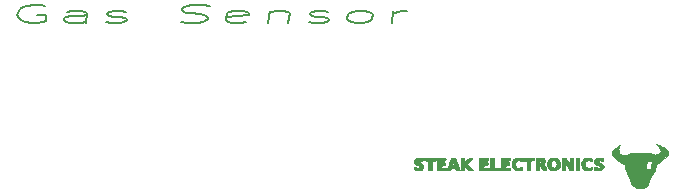
<source format=gts>
G04 #@! TF.GenerationSoftware,KiCad,Pcbnew,5.0.0-rc2*
G04 #@! TF.CreationDate,2019-06-05T02:52:42-04:00*
G04 #@! TF.ProjectId,panelfront,70616E656C66726F6E742E6B69636164,rev?*
G04 #@! TF.SameCoordinates,Original*
G04 #@! TF.FileFunction,Soldermask,Top*
G04 #@! TF.FilePolarity,Negative*
%FSLAX46Y46*%
G04 Gerber Fmt 4.6, Leading zero omitted, Abs format (unit mm)*
G04 Created by KiCad (PCBNEW 5.0.0-rc2) date Wed Jun  5 02:52:42 2019*
%MOMM*%
%LPD*%
G01*
G04 APERTURE LIST*
%ADD10C,0.152400*%
%ADD11C,0.010000*%
G04 APERTURE END LIST*
D10*
X74034492Y-83250000D02*
X73662468Y-83178571D01*
X73091040Y-83178571D01*
X72510682Y-83250000D01*
X72111873Y-83392857D01*
X71903540Y-83535714D01*
X71677349Y-83821428D01*
X71650563Y-84035714D01*
X71805325Y-84321428D01*
X71977944Y-84464285D01*
X72341040Y-84607142D01*
X72903540Y-84678571D01*
X73284492Y-84678571D01*
X73864849Y-84607142D01*
X74064254Y-84535714D01*
X74126754Y-84035714D01*
X73364849Y-84035714D01*
X77474968Y-84678571D02*
X77573182Y-83892857D01*
X77400563Y-83750000D01*
X77028540Y-83678571D01*
X76266635Y-83678571D01*
X75876754Y-83750000D01*
X77483897Y-84607142D02*
X77094016Y-84678571D01*
X76141635Y-84678571D01*
X75769611Y-84607142D01*
X75596992Y-84464285D01*
X75614849Y-84321428D01*
X75823182Y-84178571D01*
X76213063Y-84107142D01*
X77165444Y-84107142D01*
X77555325Y-84035714D01*
X79198182Y-84607142D02*
X79570206Y-84678571D01*
X80332111Y-84678571D01*
X80721992Y-84607142D01*
X80930325Y-84464285D01*
X80939254Y-84392857D01*
X80766635Y-84250000D01*
X80394611Y-84178571D01*
X79823182Y-84178571D01*
X79451159Y-84107142D01*
X79278540Y-83964285D01*
X79287468Y-83892857D01*
X79495802Y-83750000D01*
X79885682Y-83678571D01*
X80457111Y-83678571D01*
X80829135Y-83750000D01*
X85483897Y-84607142D02*
X86046397Y-84678571D01*
X86998778Y-84678571D01*
X87388659Y-84607142D01*
X87588063Y-84535714D01*
X87796397Y-84392857D01*
X87814254Y-84250000D01*
X87641635Y-84107142D01*
X87460087Y-84035714D01*
X87088063Y-83964285D01*
X86335087Y-83892857D01*
X85963063Y-83821428D01*
X85781516Y-83750000D01*
X85608897Y-83607142D01*
X85626754Y-83464285D01*
X85835087Y-83321428D01*
X86034492Y-83250000D01*
X86424373Y-83178571D01*
X87376754Y-83178571D01*
X87939254Y-83250000D01*
X91007706Y-84607142D02*
X90617825Y-84678571D01*
X89855921Y-84678571D01*
X89483897Y-84607142D01*
X89311278Y-84464285D01*
X89382706Y-83892857D01*
X89591040Y-83750000D01*
X89980921Y-83678571D01*
X90742825Y-83678571D01*
X91114849Y-83750000D01*
X91287468Y-83892857D01*
X91269611Y-84035714D01*
X89346992Y-84178571D01*
X93028540Y-83678571D02*
X92903540Y-84678571D01*
X93010682Y-83821428D02*
X93210087Y-83750000D01*
X93599968Y-83678571D01*
X94171397Y-83678571D01*
X94543421Y-83750000D01*
X94716040Y-83892857D01*
X94617825Y-84678571D01*
X96341040Y-84607142D02*
X96713063Y-84678571D01*
X97474968Y-84678571D01*
X97864849Y-84607142D01*
X98073182Y-84464285D01*
X98082111Y-84392857D01*
X97909492Y-84250000D01*
X97537468Y-84178571D01*
X96966040Y-84178571D01*
X96594016Y-84107142D01*
X96421397Y-83964285D01*
X96430325Y-83892857D01*
X96638659Y-83750000D01*
X97028540Y-83678571D01*
X97599968Y-83678571D01*
X97971992Y-83750000D01*
X100332111Y-84678571D02*
X99960087Y-84607142D01*
X99778540Y-84535714D01*
X99605921Y-84392857D01*
X99659492Y-83964285D01*
X99867825Y-83821428D01*
X100067230Y-83750000D01*
X100457111Y-83678571D01*
X101028540Y-83678571D01*
X101400563Y-83750000D01*
X101582111Y-83821428D01*
X101754730Y-83964285D01*
X101701159Y-84392857D01*
X101492825Y-84535714D01*
X101293421Y-84607142D01*
X100903540Y-84678571D01*
X100332111Y-84678571D01*
X103379730Y-84678571D02*
X103504730Y-83678571D01*
X103469016Y-83964285D02*
X103677349Y-83821428D01*
X103876754Y-83750000D01*
X104266635Y-83678571D01*
X104647587Y-83678571D01*
D11*
G04 #@! TO.C,G\002A\002A\002A*
G36*
X121101457Y-96135065D02*
X121215637Y-96172149D01*
X121258911Y-96239057D01*
X121256052Y-96289716D01*
X121209764Y-96355496D01*
X121147599Y-96356683D01*
X120963596Y-96332325D01*
X120832097Y-96347661D01*
X120768689Y-96400570D01*
X120766549Y-96408549D01*
X120782414Y-96468801D01*
X120870041Y-96507811D01*
X120915886Y-96517674D01*
X121113334Y-96583692D01*
X121244151Y-96687398D01*
X121301787Y-96815920D01*
X121279694Y-96956381D01*
X121197554Y-97071372D01*
X121051291Y-97156541D01*
X120840636Y-97181897D01*
X120583546Y-97152136D01*
X120505528Y-97112784D01*
X120480069Y-97018767D01*
X120479636Y-96996169D01*
X120479636Y-96860215D01*
X120652282Y-96932351D01*
X120804479Y-96975729D01*
X120930840Y-96975974D01*
X121010295Y-96936419D01*
X121025097Y-96873367D01*
X120968647Y-96808537D01*
X120838354Y-96760581D01*
X120828071Y-96758366D01*
X120629836Y-96688336D01*
X120514018Y-96577402D01*
X120479636Y-96438661D01*
X120517011Y-96280224D01*
X120628630Y-96176251D01*
X120813731Y-96127304D01*
X120906818Y-96123253D01*
X121101457Y-96135065D01*
X121101457Y-96135065D01*
G37*
X121101457Y-96135065D02*
X121215637Y-96172149D01*
X121258911Y-96239057D01*
X121256052Y-96289716D01*
X121209764Y-96355496D01*
X121147599Y-96356683D01*
X120963596Y-96332325D01*
X120832097Y-96347661D01*
X120768689Y-96400570D01*
X120766549Y-96408549D01*
X120782414Y-96468801D01*
X120870041Y-96507811D01*
X120915886Y-96517674D01*
X121113334Y-96583692D01*
X121244151Y-96687398D01*
X121301787Y-96815920D01*
X121279694Y-96956381D01*
X121197554Y-97071372D01*
X121051291Y-97156541D01*
X120840636Y-97181897D01*
X120583546Y-97152136D01*
X120505528Y-97112784D01*
X120480069Y-97018767D01*
X120479636Y-96996169D01*
X120479636Y-96860215D01*
X120652282Y-96932351D01*
X120804479Y-96975729D01*
X120930840Y-96975974D01*
X121010295Y-96936419D01*
X121025097Y-96873367D01*
X120968647Y-96808537D01*
X120838354Y-96760581D01*
X120828071Y-96758366D01*
X120629836Y-96688336D01*
X120514018Y-96577402D01*
X120479636Y-96438661D01*
X120517011Y-96280224D01*
X120628630Y-96176251D01*
X120813731Y-96127304D01*
X120906818Y-96123253D01*
X121101457Y-96135065D01*
G36*
X120109286Y-96130271D02*
X120225069Y-96158269D01*
X120281533Y-96213772D01*
X120294909Y-96292235D01*
X120282919Y-96372521D01*
X120229315Y-96381389D01*
X120191000Y-96369596D01*
X119991686Y-96332199D01*
X119836501Y-96368897D01*
X119734507Y-96474407D01*
X119694764Y-96643444D01*
X119694546Y-96659165D01*
X119729977Y-96813829D01*
X119821603Y-96927135D01*
X119947424Y-96983169D01*
X120085440Y-96966014D01*
X120105401Y-96956377D01*
X120220017Y-96911812D01*
X120279707Y-96936039D01*
X120294909Y-97017705D01*
X120260436Y-97118285D01*
X120191000Y-97155620D01*
X119999643Y-97181872D01*
X119801148Y-97170245D01*
X119648364Y-97125955D01*
X119553784Y-97047651D01*
X119464361Y-96925676D01*
X119447328Y-96893719D01*
X119387399Y-96676798D01*
X119417284Y-96466480D01*
X119534691Y-96276270D01*
X119555844Y-96254143D01*
X119657722Y-96170177D01*
X119768209Y-96131465D01*
X119918125Y-96122546D01*
X120109286Y-96130271D01*
X120109286Y-96130271D01*
G37*
X120109286Y-96130271D02*
X120225069Y-96158269D01*
X120281533Y-96213772D01*
X120294909Y-96292235D01*
X120282919Y-96372521D01*
X120229315Y-96381389D01*
X120191000Y-96369596D01*
X119991686Y-96332199D01*
X119836501Y-96368897D01*
X119734507Y-96474407D01*
X119694764Y-96643444D01*
X119694546Y-96659165D01*
X119729977Y-96813829D01*
X119821603Y-96927135D01*
X119947424Y-96983169D01*
X120085440Y-96966014D01*
X120105401Y-96956377D01*
X120220017Y-96911812D01*
X120279707Y-96936039D01*
X120294909Y-97017705D01*
X120260436Y-97118285D01*
X120191000Y-97155620D01*
X119999643Y-97181872D01*
X119801148Y-97170245D01*
X119648364Y-97125955D01*
X119553784Y-97047651D01*
X119464361Y-96925676D01*
X119447328Y-96893719D01*
X119387399Y-96676798D01*
X119417284Y-96466480D01*
X119534691Y-96276270D01*
X119555844Y-96254143D01*
X119657722Y-96170177D01*
X119768209Y-96131465D01*
X119918125Y-96122546D01*
X120109286Y-96130271D01*
G36*
X119232727Y-97184728D02*
X119101879Y-97184728D01*
X119000630Y-97178715D01*
X118951788Y-97165671D01*
X118945279Y-97114609D01*
X118942347Y-96990727D01*
X118943167Y-96813506D01*
X118946972Y-96634580D01*
X118961398Y-96122546D01*
X119232727Y-96122546D01*
X119232727Y-97184728D01*
X119232727Y-97184728D01*
G37*
X119232727Y-97184728D02*
X119101879Y-97184728D01*
X119000630Y-97178715D01*
X118951788Y-97165671D01*
X118945279Y-97114609D01*
X118942347Y-96990727D01*
X118943167Y-96813506D01*
X118946972Y-96634580D01*
X118961398Y-96122546D01*
X119232727Y-96122546D01*
X119232727Y-97184728D01*
G36*
X118032472Y-96129293D02*
X118094257Y-96161184D01*
X118154678Y-96235695D01*
X118231393Y-96370298D01*
X118263396Y-96431080D01*
X118424546Y-96739614D01*
X118438201Y-96431080D01*
X118447019Y-96267130D01*
X118461861Y-96174855D01*
X118492749Y-96133654D01*
X118549705Y-96122923D01*
X118588292Y-96122546D01*
X118724727Y-96122546D01*
X118724727Y-97190303D01*
X118558939Y-97175970D01*
X118471376Y-97162146D01*
X118405217Y-97126707D01*
X118342316Y-97051643D01*
X118264525Y-96918947D01*
X118224120Y-96843717D01*
X118055091Y-96525798D01*
X118041522Y-96855263D01*
X118032597Y-97026239D01*
X118018322Y-97124773D01*
X117991028Y-97170757D01*
X117943049Y-97184084D01*
X117914522Y-97184728D01*
X117801091Y-97184728D01*
X117801091Y-96122546D01*
X117951669Y-96122546D01*
X118032472Y-96129293D01*
X118032472Y-96129293D01*
G37*
X118032472Y-96129293D02*
X118094257Y-96161184D01*
X118154678Y-96235695D01*
X118231393Y-96370298D01*
X118263396Y-96431080D01*
X118424546Y-96739614D01*
X118438201Y-96431080D01*
X118447019Y-96267130D01*
X118461861Y-96174855D01*
X118492749Y-96133654D01*
X118549705Y-96122923D01*
X118588292Y-96122546D01*
X118724727Y-96122546D01*
X118724727Y-97190303D01*
X118558939Y-97175970D01*
X118471376Y-97162146D01*
X118405217Y-97126707D01*
X118342316Y-97051643D01*
X118264525Y-96918947D01*
X118224120Y-96843717D01*
X118055091Y-96525798D01*
X118041522Y-96855263D01*
X118032597Y-97026239D01*
X118018322Y-97124773D01*
X117991028Y-97170757D01*
X117943049Y-97184084D01*
X117914522Y-97184728D01*
X117801091Y-97184728D01*
X117801091Y-96122546D01*
X117951669Y-96122546D01*
X118032472Y-96129293D01*
G36*
X117228439Y-96129752D02*
X117336705Y-96158818D01*
X117424238Y-96220915D01*
X117447308Y-96243176D01*
X117556627Y-96407053D01*
X117604676Y-96600489D01*
X117593131Y-96797731D01*
X117523669Y-96973026D01*
X117397965Y-97100618D01*
X117391247Y-97104687D01*
X117220062Y-97164530D01*
X117014208Y-97179192D01*
X116820970Y-97146085D01*
X116796928Y-97137215D01*
X116662851Y-97037998D01*
X116566907Y-96880801D01*
X116519172Y-96695642D01*
X116522880Y-96631288D01*
X116827656Y-96631288D01*
X116850907Y-96797551D01*
X116880523Y-96867188D01*
X116963315Y-96939186D01*
X117078985Y-96950245D01*
X117195594Y-96905225D01*
X117281203Y-96808989D01*
X117282668Y-96805974D01*
X117319006Y-96637792D01*
X117276249Y-96480384D01*
X117171964Y-96368583D01*
X117084258Y-96322832D01*
X117011563Y-96333801D01*
X116946727Y-96372299D01*
X116861053Y-96478646D01*
X116827656Y-96631288D01*
X116522880Y-96631288D01*
X116529723Y-96512538D01*
X116559953Y-96431237D01*
X116668305Y-96261168D01*
X116792916Y-96165289D01*
X116962157Y-96126223D01*
X117063934Y-96122546D01*
X117228439Y-96129752D01*
X117228439Y-96129752D01*
G37*
X117228439Y-96129752D02*
X117336705Y-96158818D01*
X117424238Y-96220915D01*
X117447308Y-96243176D01*
X117556627Y-96407053D01*
X117604676Y-96600489D01*
X117593131Y-96797731D01*
X117523669Y-96973026D01*
X117397965Y-97100618D01*
X117391247Y-97104687D01*
X117220062Y-97164530D01*
X117014208Y-97179192D01*
X116820970Y-97146085D01*
X116796928Y-97137215D01*
X116662851Y-97037998D01*
X116566907Y-96880801D01*
X116519172Y-96695642D01*
X116522880Y-96631288D01*
X116827656Y-96631288D01*
X116850907Y-96797551D01*
X116880523Y-96867188D01*
X116963315Y-96939186D01*
X117078985Y-96950245D01*
X117195594Y-96905225D01*
X117281203Y-96808989D01*
X117282668Y-96805974D01*
X117319006Y-96637792D01*
X117276249Y-96480384D01*
X117171964Y-96368583D01*
X117084258Y-96322832D01*
X117011563Y-96333801D01*
X116946727Y-96372299D01*
X116861053Y-96478646D01*
X116827656Y-96631288D01*
X116522880Y-96631288D01*
X116529723Y-96512538D01*
X116559953Y-96431237D01*
X116668305Y-96261168D01*
X116792916Y-96165289D01*
X116962157Y-96126223D01*
X117063934Y-96122546D01*
X117228439Y-96129752D01*
G36*
X116031644Y-96125909D02*
X116140090Y-96141302D01*
X116210616Y-96176682D01*
X116270402Y-96240005D01*
X116273739Y-96244228D01*
X116339817Y-96344040D01*
X116369347Y-96419896D01*
X116369455Y-96422728D01*
X116342826Y-96495804D01*
X116278280Y-96595391D01*
X116273739Y-96601227D01*
X116221559Y-96681825D01*
X116217589Y-96721920D01*
X116222471Y-96722910D01*
X116260653Y-96760144D01*
X116319966Y-96851928D01*
X116384090Y-96968379D01*
X116436705Y-97079617D01*
X116461489Y-97155761D01*
X116461818Y-97161133D01*
X116421264Y-97176959D01*
X116322006Y-97184600D01*
X116305785Y-97184728D01*
X116188938Y-97169429D01*
X116121016Y-97105473D01*
X116090734Y-97042249D01*
X116011857Y-96894976D01*
X115924042Y-96797168D01*
X115858156Y-96769091D01*
X115832580Y-96810375D01*
X115817239Y-96914824D01*
X115815273Y-96976910D01*
X115811257Y-97104700D01*
X115788068Y-97165226D01*
X115728995Y-97183553D01*
X115676727Y-97184728D01*
X115538182Y-97184728D01*
X115538182Y-96468910D01*
X115815273Y-96468910D01*
X115842824Y-96561632D01*
X115910578Y-96580512D01*
X115996182Y-96519664D01*
X115998321Y-96517114D01*
X116030820Y-96430383D01*
X115983531Y-96369286D01*
X115904911Y-96353455D01*
X115834205Y-96381991D01*
X115815273Y-96468910D01*
X115538182Y-96468910D01*
X115538182Y-96122546D01*
X115858103Y-96122546D01*
X116031644Y-96125909D01*
X116031644Y-96125909D01*
G37*
X116031644Y-96125909D02*
X116140090Y-96141302D01*
X116210616Y-96176682D01*
X116270402Y-96240005D01*
X116273739Y-96244228D01*
X116339817Y-96344040D01*
X116369347Y-96419896D01*
X116369455Y-96422728D01*
X116342826Y-96495804D01*
X116278280Y-96595391D01*
X116273739Y-96601227D01*
X116221559Y-96681825D01*
X116217589Y-96721920D01*
X116222471Y-96722910D01*
X116260653Y-96760144D01*
X116319966Y-96851928D01*
X116384090Y-96968379D01*
X116436705Y-97079617D01*
X116461489Y-97155761D01*
X116461818Y-97161133D01*
X116421264Y-97176959D01*
X116322006Y-97184600D01*
X116305785Y-97184728D01*
X116188938Y-97169429D01*
X116121016Y-97105473D01*
X116090734Y-97042249D01*
X116011857Y-96894976D01*
X115924042Y-96797168D01*
X115858156Y-96769091D01*
X115832580Y-96810375D01*
X115817239Y-96914824D01*
X115815273Y-96976910D01*
X115811257Y-97104700D01*
X115788068Y-97165226D01*
X115728995Y-97183553D01*
X115676727Y-97184728D01*
X115538182Y-97184728D01*
X115538182Y-96468910D01*
X115815273Y-96468910D01*
X115842824Y-96561632D01*
X115910578Y-96580512D01*
X115996182Y-96519664D01*
X115998321Y-96517114D01*
X116030820Y-96430383D01*
X115983531Y-96369286D01*
X115904911Y-96353455D01*
X115834205Y-96381991D01*
X115815273Y-96468910D01*
X115538182Y-96468910D01*
X115538182Y-96122546D01*
X115858103Y-96122546D01*
X116031644Y-96125909D01*
G36*
X114926273Y-96132529D02*
X115145797Y-96139533D01*
X115289069Y-96148938D01*
X115372193Y-96164165D01*
X115411274Y-96188636D01*
X115422419Y-96225772D01*
X115422727Y-96238000D01*
X115402853Y-96302498D01*
X115327772Y-96334930D01*
X115249546Y-96344697D01*
X115076364Y-96359031D01*
X115076364Y-97184728D01*
X114799273Y-97184728D01*
X114799273Y-96353455D01*
X114614546Y-96353455D01*
X114495591Y-96347222D01*
X114442716Y-96317536D01*
X114429900Y-96247912D01*
X114429818Y-96236438D01*
X114429818Y-96119421D01*
X114926273Y-96132529D01*
X114926273Y-96132529D01*
G37*
X114926273Y-96132529D02*
X115145797Y-96139533D01*
X115289069Y-96148938D01*
X115372193Y-96164165D01*
X115411274Y-96188636D01*
X115422419Y-96225772D01*
X115422727Y-96238000D01*
X115402853Y-96302498D01*
X115327772Y-96334930D01*
X115249546Y-96344697D01*
X115076364Y-96359031D01*
X115076364Y-97184728D01*
X114799273Y-97184728D01*
X114799273Y-96353455D01*
X114614546Y-96353455D01*
X114495591Y-96347222D01*
X114442716Y-96317536D01*
X114429900Y-96247912D01*
X114429818Y-96236438D01*
X114429818Y-96119421D01*
X114926273Y-96132529D01*
G36*
X114078956Y-96132071D02*
X114234357Y-96142010D01*
X114320211Y-96160287D01*
X114359288Y-96198171D01*
X114374359Y-96266935D01*
X114375772Y-96278990D01*
X114377184Y-96370416D01*
X114343582Y-96391372D01*
X114313754Y-96382702D01*
X114152097Y-96330486D01*
X114040266Y-96326705D01*
X113947774Y-96374180D01*
X113895891Y-96421366D01*
X113812727Y-96525265D01*
X113792734Y-96627243D01*
X113801342Y-96691334D01*
X113866925Y-96862007D01*
X113982200Y-96954994D01*
X114146249Y-96969871D01*
X114310073Y-96925984D01*
X114365987Y-96927426D01*
X114383526Y-97002056D01*
X114383636Y-97013209D01*
X114357494Y-97111574D01*
X114310587Y-97156696D01*
X114156179Y-97183462D01*
X113968946Y-97173238D01*
X113798883Y-97129918D01*
X113764555Y-97114188D01*
X113623243Y-97018930D01*
X113543445Y-96899833D01*
X113510777Y-96730209D01*
X113507651Y-96637529D01*
X113513677Y-96482645D01*
X113543883Y-96380515D01*
X113612989Y-96292015D01*
X113651775Y-96254508D01*
X113742773Y-96178272D01*
X113828543Y-96139474D01*
X113943871Y-96128145D01*
X114078956Y-96132071D01*
X114078956Y-96132071D01*
G37*
X114078956Y-96132071D02*
X114234357Y-96142010D01*
X114320211Y-96160287D01*
X114359288Y-96198171D01*
X114374359Y-96266935D01*
X114375772Y-96278990D01*
X114377184Y-96370416D01*
X114343582Y-96391372D01*
X114313754Y-96382702D01*
X114152097Y-96330486D01*
X114040266Y-96326705D01*
X113947774Y-96374180D01*
X113895891Y-96421366D01*
X113812727Y-96525265D01*
X113792734Y-96627243D01*
X113801342Y-96691334D01*
X113866925Y-96862007D01*
X113982200Y-96954994D01*
X114146249Y-96969871D01*
X114310073Y-96925984D01*
X114365987Y-96927426D01*
X114383526Y-97002056D01*
X114383636Y-97013209D01*
X114357494Y-97111574D01*
X114310587Y-97156696D01*
X114156179Y-97183462D01*
X113968946Y-97173238D01*
X113798883Y-97129918D01*
X113764555Y-97114188D01*
X113623243Y-97018930D01*
X113543445Y-96899833D01*
X113510777Y-96730209D01*
X113507651Y-96637529D01*
X113513677Y-96482645D01*
X113543883Y-96380515D01*
X113612989Y-96292015D01*
X113651775Y-96254508D01*
X113742773Y-96178272D01*
X113828543Y-96139474D01*
X113943871Y-96128145D01*
X114078956Y-96132071D01*
G36*
X113181416Y-96123776D02*
X113291133Y-96131393D01*
X113346178Y-96151286D01*
X113365395Y-96189343D01*
X113367636Y-96238000D01*
X113360150Y-96306522D01*
X113321943Y-96340705D01*
X113229397Y-96352361D01*
X113136727Y-96353455D01*
X112996284Y-96359221D01*
X112926465Y-96381509D01*
X112905975Y-96427803D01*
X112905818Y-96434606D01*
X112920701Y-96484199D01*
X112980456Y-96503546D01*
X113107748Y-96499691D01*
X113113636Y-96499228D01*
X113241165Y-96492369D01*
X113301674Y-96508882D01*
X113320150Y-96563998D01*
X113321455Y-96625896D01*
X113315808Y-96713924D01*
X113282142Y-96755614D01*
X113195363Y-96768256D01*
X113113636Y-96769091D01*
X112983767Y-96775135D01*
X112922355Y-96800229D01*
X112905898Y-96854820D01*
X112905818Y-96861455D01*
X112917975Y-96916855D01*
X112969577Y-96944485D01*
X113083318Y-96953423D01*
X113136727Y-96953819D01*
X113273770Y-96957562D01*
X113342137Y-96976665D01*
X113365449Y-97022939D01*
X113367636Y-97069273D01*
X113363699Y-97126534D01*
X113339325Y-97160820D01*
X113275668Y-97178022D01*
X113153884Y-97184027D01*
X112998182Y-97184728D01*
X112628727Y-97184728D01*
X112628727Y-96122546D01*
X112998182Y-96122546D01*
X113181416Y-96123776D01*
X113181416Y-96123776D01*
G37*
X113181416Y-96123776D02*
X113291133Y-96131393D01*
X113346178Y-96151286D01*
X113365395Y-96189343D01*
X113367636Y-96238000D01*
X113360150Y-96306522D01*
X113321943Y-96340705D01*
X113229397Y-96352361D01*
X113136727Y-96353455D01*
X112996284Y-96359221D01*
X112926465Y-96381509D01*
X112905975Y-96427803D01*
X112905818Y-96434606D01*
X112920701Y-96484199D01*
X112980456Y-96503546D01*
X113107748Y-96499691D01*
X113113636Y-96499228D01*
X113241165Y-96492369D01*
X113301674Y-96508882D01*
X113320150Y-96563998D01*
X113321455Y-96625896D01*
X113315808Y-96713924D01*
X113282142Y-96755614D01*
X113195363Y-96768256D01*
X113113636Y-96769091D01*
X112983767Y-96775135D01*
X112922355Y-96800229D01*
X112905898Y-96854820D01*
X112905818Y-96861455D01*
X112917975Y-96916855D01*
X112969577Y-96944485D01*
X113083318Y-96953423D01*
X113136727Y-96953819D01*
X113273770Y-96957562D01*
X113342137Y-96976665D01*
X113365449Y-97022939D01*
X113367636Y-97069273D01*
X113363699Y-97126534D01*
X113339325Y-97160820D01*
X113275668Y-97178022D01*
X113153884Y-97184027D01*
X112998182Y-97184728D01*
X112628727Y-97184728D01*
X112628727Y-96122546D01*
X112998182Y-96122546D01*
X113181416Y-96123776D01*
G36*
X112028364Y-96953819D02*
X112259273Y-96953819D01*
X112396315Y-96957562D01*
X112464682Y-96976665D01*
X112487994Y-97022939D01*
X112490182Y-97069273D01*
X112486578Y-97125182D01*
X112463574Y-97159303D01*
X112402885Y-97177015D01*
X112286222Y-97183697D01*
X112097636Y-97184728D01*
X111705091Y-97184728D01*
X111705091Y-96122546D01*
X112028364Y-96122546D01*
X112028364Y-96953819D01*
X112028364Y-96953819D01*
G37*
X112028364Y-96953819D02*
X112259273Y-96953819D01*
X112396315Y-96957562D01*
X112464682Y-96976665D01*
X112487994Y-97022939D01*
X112490182Y-97069273D01*
X112486578Y-97125182D01*
X112463574Y-97159303D01*
X112402885Y-97177015D01*
X112286222Y-97183697D01*
X112097636Y-97184728D01*
X111705091Y-97184728D01*
X111705091Y-96122546D01*
X112028364Y-96122546D01*
X112028364Y-96953819D01*
G36*
X111334143Y-96123776D02*
X111443860Y-96131393D01*
X111498905Y-96151286D01*
X111518122Y-96189343D01*
X111520364Y-96238000D01*
X111511750Y-96309245D01*
X111469411Y-96343000D01*
X111368599Y-96353014D01*
X111312546Y-96353455D01*
X111175570Y-96362521D01*
X111113177Y-96393346D01*
X111104727Y-96422728D01*
X111135231Y-96470895D01*
X111236347Y-96490743D01*
X111289455Y-96492000D01*
X111407903Y-96497471D01*
X111460559Y-96527119D01*
X111473890Y-96600796D01*
X111474182Y-96630546D01*
X111466887Y-96719382D01*
X111427357Y-96758874D01*
X111329121Y-96768873D01*
X111289455Y-96769091D01*
X111168599Y-96776837D01*
X111115186Y-96808143D01*
X111104727Y-96861455D01*
X111116884Y-96916855D01*
X111168486Y-96944485D01*
X111282227Y-96953423D01*
X111335636Y-96953819D01*
X111472679Y-96957562D01*
X111541046Y-96976665D01*
X111564358Y-97022939D01*
X111566546Y-97069273D01*
X111562941Y-97125182D01*
X111539938Y-97159303D01*
X111479248Y-97177015D01*
X111362586Y-97183697D01*
X111174000Y-97184728D01*
X110781455Y-97184728D01*
X110781455Y-96122546D01*
X111150909Y-96122546D01*
X111334143Y-96123776D01*
X111334143Y-96123776D01*
G37*
X111334143Y-96123776D02*
X111443860Y-96131393D01*
X111498905Y-96151286D01*
X111518122Y-96189343D01*
X111520364Y-96238000D01*
X111511750Y-96309245D01*
X111469411Y-96343000D01*
X111368599Y-96353014D01*
X111312546Y-96353455D01*
X111175570Y-96362521D01*
X111113177Y-96393346D01*
X111104727Y-96422728D01*
X111135231Y-96470895D01*
X111236347Y-96490743D01*
X111289455Y-96492000D01*
X111407903Y-96497471D01*
X111460559Y-96527119D01*
X111473890Y-96600796D01*
X111474182Y-96630546D01*
X111466887Y-96719382D01*
X111427357Y-96758874D01*
X111329121Y-96768873D01*
X111289455Y-96769091D01*
X111168599Y-96776837D01*
X111115186Y-96808143D01*
X111104727Y-96861455D01*
X111116884Y-96916855D01*
X111168486Y-96944485D01*
X111282227Y-96953423D01*
X111335636Y-96953819D01*
X111472679Y-96957562D01*
X111541046Y-96976665D01*
X111564358Y-97022939D01*
X111566546Y-97069273D01*
X111562941Y-97125182D01*
X111539938Y-97159303D01*
X111479248Y-97177015D01*
X111362586Y-97183697D01*
X111174000Y-97184728D01*
X110781455Y-97184728D01*
X110781455Y-96122546D01*
X111150909Y-96122546D01*
X111334143Y-96123776D01*
G36*
X109437182Y-96132127D02*
X109479231Y-96178917D01*
X109496641Y-96289989D01*
X109497121Y-96295728D01*
X109511455Y-96468910D01*
X109672771Y-96295728D01*
X109790549Y-96185251D01*
X109895664Y-96133896D01*
X110007589Y-96122546D01*
X110119102Y-96128688D01*
X110178229Y-96143917D01*
X110181091Y-96148635D01*
X110150455Y-96191515D01*
X110070027Y-96279208D01*
X109957028Y-96392966D01*
X109953735Y-96396176D01*
X109726379Y-96617628D01*
X109976826Y-96864964D01*
X110096549Y-96987635D01*
X110185109Y-97086826D01*
X110226182Y-97144056D01*
X110227273Y-97148514D01*
X110186481Y-97171898D01*
X110085466Y-97184183D01*
X110055839Y-97184728D01*
X109938938Y-97170913D01*
X109833308Y-97118523D01*
X109707739Y-97011141D01*
X109686384Y-96990385D01*
X109488364Y-96796042D01*
X109488364Y-96990385D01*
X109483571Y-97112781D01*
X109456902Y-97168743D01*
X109389915Y-97184135D01*
X109349818Y-97184728D01*
X109211273Y-97184728D01*
X109211273Y-96122546D01*
X109347030Y-96122546D01*
X109437182Y-96132127D01*
X109437182Y-96132127D01*
G37*
X109437182Y-96132127D02*
X109479231Y-96178917D01*
X109496641Y-96289989D01*
X109497121Y-96295728D01*
X109511455Y-96468910D01*
X109672771Y-96295728D01*
X109790549Y-96185251D01*
X109895664Y-96133896D01*
X110007589Y-96122546D01*
X110119102Y-96128688D01*
X110178229Y-96143917D01*
X110181091Y-96148635D01*
X110150455Y-96191515D01*
X110070027Y-96279208D01*
X109957028Y-96392966D01*
X109953735Y-96396176D01*
X109726379Y-96617628D01*
X109976826Y-96864964D01*
X110096549Y-96987635D01*
X110185109Y-97086826D01*
X110226182Y-97144056D01*
X110227273Y-97148514D01*
X110186481Y-97171898D01*
X110085466Y-97184183D01*
X110055839Y-97184728D01*
X109938938Y-97170913D01*
X109833308Y-97118523D01*
X109707739Y-97011141D01*
X109686384Y-96990385D01*
X109488364Y-96796042D01*
X109488364Y-96990385D01*
X109483571Y-97112781D01*
X109456902Y-97168743D01*
X109389915Y-97184135D01*
X109349818Y-97184728D01*
X109211273Y-97184728D01*
X109211273Y-96122546D01*
X109347030Y-96122546D01*
X109437182Y-96132127D01*
G36*
X108685688Y-96133493D02*
X108751661Y-96179709D01*
X108785403Y-96249546D01*
X108826752Y-96361690D01*
X108885241Y-96521233D01*
X108933610Y-96653637D01*
X108994109Y-96818062D01*
X109047755Y-96961364D01*
X109076786Y-97036810D01*
X109110878Y-97133702D01*
X109095740Y-97175072D01*
X109013131Y-97184562D01*
X108962659Y-97184728D01*
X108844110Y-97168661D01*
X108788587Y-97111916D01*
X108782255Y-97092364D01*
X108746420Y-97031257D01*
X108664244Y-97004401D01*
X108564727Y-97000000D01*
X108434313Y-97009484D01*
X108368698Y-97045380D01*
X108347199Y-97092364D01*
X108302344Y-97159958D01*
X108200060Y-97184007D01*
X108166796Y-97184728D01*
X108062039Y-97180578D01*
X108011403Y-97170419D01*
X108010546Y-97168744D01*
X108014807Y-97151579D01*
X108030109Y-97105763D01*
X108060229Y-97020832D01*
X108108944Y-96886322D01*
X108180032Y-96691769D01*
X108187366Y-96671776D01*
X108479373Y-96671776D01*
X108492547Y-96745162D01*
X108569668Y-96769091D01*
X108640037Y-96749819D01*
X108638941Y-96696041D01*
X108612411Y-96583132D01*
X108609440Y-96545951D01*
X108600762Y-96499014D01*
X108566363Y-96525139D01*
X108540168Y-96558554D01*
X108479373Y-96671776D01*
X108187366Y-96671776D01*
X108277270Y-96426710D01*
X108342360Y-96249546D01*
X108388858Y-96163773D01*
X108465213Y-96128260D01*
X108563642Y-96122546D01*
X108685688Y-96133493D01*
X108685688Y-96133493D01*
G37*
X108685688Y-96133493D02*
X108751661Y-96179709D01*
X108785403Y-96249546D01*
X108826752Y-96361690D01*
X108885241Y-96521233D01*
X108933610Y-96653637D01*
X108994109Y-96818062D01*
X109047755Y-96961364D01*
X109076786Y-97036810D01*
X109110878Y-97133702D01*
X109095740Y-97175072D01*
X109013131Y-97184562D01*
X108962659Y-97184728D01*
X108844110Y-97168661D01*
X108788587Y-97111916D01*
X108782255Y-97092364D01*
X108746420Y-97031257D01*
X108664244Y-97004401D01*
X108564727Y-97000000D01*
X108434313Y-97009484D01*
X108368698Y-97045380D01*
X108347199Y-97092364D01*
X108302344Y-97159958D01*
X108200060Y-97184007D01*
X108166796Y-97184728D01*
X108062039Y-97180578D01*
X108011403Y-97170419D01*
X108010546Y-97168744D01*
X108014807Y-97151579D01*
X108030109Y-97105763D01*
X108060229Y-97020832D01*
X108108944Y-96886322D01*
X108180032Y-96691769D01*
X108187366Y-96671776D01*
X108479373Y-96671776D01*
X108492547Y-96745162D01*
X108569668Y-96769091D01*
X108640037Y-96749819D01*
X108638941Y-96696041D01*
X108612411Y-96583132D01*
X108609440Y-96545951D01*
X108600762Y-96499014D01*
X108566363Y-96525139D01*
X108540168Y-96558554D01*
X108479373Y-96671776D01*
X108187366Y-96671776D01*
X108277270Y-96426710D01*
X108342360Y-96249546D01*
X108388858Y-96163773D01*
X108465213Y-96128260D01*
X108563642Y-96122546D01*
X108685688Y-96133493D01*
G36*
X107731962Y-96123776D02*
X107841679Y-96131393D01*
X107896723Y-96151286D01*
X107915940Y-96189343D01*
X107918182Y-96238000D01*
X107909568Y-96309245D01*
X107867229Y-96343000D01*
X107766417Y-96353014D01*
X107710364Y-96353455D01*
X107571427Y-96363211D01*
X107509220Y-96395440D01*
X107502546Y-96420072D01*
X107543088Y-96470565D01*
X107667970Y-96498245D01*
X107698818Y-96500891D01*
X107822991Y-96516150D01*
X107879970Y-96548967D01*
X107894918Y-96615963D01*
X107895091Y-96630546D01*
X107884423Y-96704361D01*
X107835643Y-96741407D01*
X107723587Y-96758307D01*
X107698818Y-96760201D01*
X107571587Y-96777669D01*
X107513871Y-96813526D01*
X107502546Y-96864110D01*
X107515529Y-96918050D01*
X107569454Y-96944942D01*
X107686786Y-96953513D01*
X107733455Y-96953819D01*
X107870497Y-96957562D01*
X107938864Y-96976665D01*
X107962176Y-97022939D01*
X107964364Y-97069273D01*
X107960760Y-97125182D01*
X107937756Y-97159303D01*
X107877066Y-97177015D01*
X107760404Y-97183697D01*
X107571818Y-97184728D01*
X107179273Y-97184728D01*
X107179273Y-96122546D01*
X107548727Y-96122546D01*
X107731962Y-96123776D01*
X107731962Y-96123776D01*
G37*
X107731962Y-96123776D02*
X107841679Y-96131393D01*
X107896723Y-96151286D01*
X107915940Y-96189343D01*
X107918182Y-96238000D01*
X107909568Y-96309245D01*
X107867229Y-96343000D01*
X107766417Y-96353014D01*
X107710364Y-96353455D01*
X107571427Y-96363211D01*
X107509220Y-96395440D01*
X107502546Y-96420072D01*
X107543088Y-96470565D01*
X107667970Y-96498245D01*
X107698818Y-96500891D01*
X107822991Y-96516150D01*
X107879970Y-96548967D01*
X107894918Y-96615963D01*
X107895091Y-96630546D01*
X107884423Y-96704361D01*
X107835643Y-96741407D01*
X107723587Y-96758307D01*
X107698818Y-96760201D01*
X107571587Y-96777669D01*
X107513871Y-96813526D01*
X107502546Y-96864110D01*
X107515529Y-96918050D01*
X107569454Y-96944942D01*
X107686786Y-96953513D01*
X107733455Y-96953819D01*
X107870497Y-96957562D01*
X107938864Y-96976665D01*
X107962176Y-97022939D01*
X107964364Y-97069273D01*
X107960760Y-97125182D01*
X107937756Y-97159303D01*
X107877066Y-97177015D01*
X107760404Y-97183697D01*
X107571818Y-97184728D01*
X107179273Y-97184728D01*
X107179273Y-96122546D01*
X107548727Y-96122546D01*
X107731962Y-96123776D01*
G36*
X107086909Y-96238000D02*
X107074833Y-96316078D01*
X107020488Y-96348041D01*
X106925273Y-96353455D01*
X106763636Y-96353455D01*
X106763636Y-97184728D01*
X106632788Y-97184728D01*
X106527020Y-97174837D01*
X106471152Y-97153940D01*
X106457000Y-97096444D01*
X106446279Y-96970356D01*
X106440750Y-96799433D01*
X106440364Y-96738303D01*
X106440364Y-96353455D01*
X106278727Y-96353455D01*
X106169419Y-96344829D01*
X106124671Y-96306012D01*
X106117091Y-96238000D01*
X106117091Y-96122546D01*
X107086909Y-96122546D01*
X107086909Y-96238000D01*
X107086909Y-96238000D01*
G37*
X107086909Y-96238000D02*
X107074833Y-96316078D01*
X107020488Y-96348041D01*
X106925273Y-96353455D01*
X106763636Y-96353455D01*
X106763636Y-97184728D01*
X106632788Y-97184728D01*
X106527020Y-97174837D01*
X106471152Y-97153940D01*
X106457000Y-97096444D01*
X106446279Y-96970356D01*
X106440750Y-96799433D01*
X106440364Y-96738303D01*
X106440364Y-96353455D01*
X106278727Y-96353455D01*
X106169419Y-96344829D01*
X106124671Y-96306012D01*
X106117091Y-96238000D01*
X106117091Y-96122546D01*
X107086909Y-96122546D01*
X107086909Y-96238000D01*
G36*
X105841796Y-96124146D02*
X105930598Y-96135246D01*
X105969100Y-96165291D01*
X105978335Y-96223730D01*
X105978546Y-96255900D01*
X105972946Y-96336138D01*
X105939894Y-96374322D01*
X105855003Y-96384570D01*
X105759182Y-96382900D01*
X105608886Y-96389239D01*
X105529598Y-96414024D01*
X105527685Y-96449945D01*
X105609512Y-96489691D01*
X105655273Y-96502230D01*
X105841171Y-96555635D01*
X105952891Y-96615746D01*
X106008114Y-96698897D01*
X106024521Y-96821423D01*
X106024727Y-96843549D01*
X106010695Y-96990266D01*
X105960088Y-97081237D01*
X105922088Y-97112836D01*
X105806993Y-97156154D01*
X105639103Y-97177716D01*
X105455959Y-97175024D01*
X105320455Y-97152893D01*
X105254306Y-97091002D01*
X105239636Y-96997757D01*
X105247184Y-96905866D01*
X105287332Y-96886399D01*
X105358097Y-96908780D01*
X105496625Y-96942947D01*
X105615484Y-96953819D01*
X105715835Y-96931177D01*
X105743906Y-96878123D01*
X105703257Y-96816960D01*
X105597450Y-96769992D01*
X105585721Y-96767401D01*
X105401475Y-96714845D01*
X105293481Y-96641089D01*
X105245857Y-96531454D01*
X105239636Y-96447492D01*
X105256703Y-96293657D01*
X105317439Y-96195326D01*
X105436147Y-96141984D01*
X105627131Y-96123115D01*
X105681662Y-96122546D01*
X105841796Y-96124146D01*
X105841796Y-96124146D01*
G37*
X105841796Y-96124146D02*
X105930598Y-96135246D01*
X105969100Y-96165291D01*
X105978335Y-96223730D01*
X105978546Y-96255900D01*
X105972946Y-96336138D01*
X105939894Y-96374322D01*
X105855003Y-96384570D01*
X105759182Y-96382900D01*
X105608886Y-96389239D01*
X105529598Y-96414024D01*
X105527685Y-96449945D01*
X105609512Y-96489691D01*
X105655273Y-96502230D01*
X105841171Y-96555635D01*
X105952891Y-96615746D01*
X106008114Y-96698897D01*
X106024521Y-96821423D01*
X106024727Y-96843549D01*
X106010695Y-96990266D01*
X105960088Y-97081237D01*
X105922088Y-97112836D01*
X105806993Y-97156154D01*
X105639103Y-97177716D01*
X105455959Y-97175024D01*
X105320455Y-97152893D01*
X105254306Y-97091002D01*
X105239636Y-96997757D01*
X105247184Y-96905866D01*
X105287332Y-96886399D01*
X105358097Y-96908780D01*
X105496625Y-96942947D01*
X105615484Y-96953819D01*
X105715835Y-96931177D01*
X105743906Y-96878123D01*
X105703257Y-96816960D01*
X105597450Y-96769992D01*
X105585721Y-96767401D01*
X105401475Y-96714845D01*
X105293481Y-96641089D01*
X105245857Y-96531454D01*
X105239636Y-96447492D01*
X105256703Y-96293657D01*
X105317439Y-96195326D01*
X105436147Y-96141984D01*
X105627131Y-96123115D01*
X105681662Y-96122546D01*
X105841796Y-96124146D01*
G36*
X125799186Y-94939617D02*
X125907996Y-94999627D01*
X126005801Y-95060364D01*
X126137933Y-95137225D01*
X126245390Y-95187533D01*
X126288912Y-95198910D01*
X126372483Y-95226948D01*
X126490649Y-95296534D01*
X126610784Y-95385873D01*
X126700262Y-95473168D01*
X126701168Y-95474305D01*
X126741430Y-95569250D01*
X126758895Y-95696579D01*
X126715872Y-95847203D01*
X126584376Y-96022651D01*
X126364782Y-96222519D01*
X126058341Y-96445819D01*
X125904820Y-96551266D01*
X125808626Y-96631979D01*
X125750405Y-96714707D01*
X125710802Y-96826202D01*
X125674300Y-96976636D01*
X125609947Y-97197163D01*
X125518755Y-97388594D01*
X125382499Y-97585068D01*
X125287950Y-97700369D01*
X125217241Y-97818906D01*
X125152020Y-97984225D01*
X125108117Y-98151324D01*
X125098514Y-98238916D01*
X125057279Y-98361944D01*
X124950608Y-98488404D01*
X124801838Y-98596225D01*
X124655452Y-98657935D01*
X124386503Y-98703110D01*
X124133945Y-98676024D01*
X124012546Y-98639319D01*
X123831919Y-98548155D01*
X123701097Y-98411694D01*
X123607135Y-98212761D01*
X123558599Y-98037037D01*
X123462464Y-97745982D01*
X123320863Y-97477361D01*
X123318362Y-97473579D01*
X123245697Y-97346897D01*
X124662314Y-97346897D01*
X124712228Y-97354169D01*
X124797636Y-97356246D01*
X124907158Y-97353312D01*
X124947191Y-97345080D01*
X124925271Y-97336946D01*
X124798575Y-97328630D01*
X124694362Y-97336316D01*
X124662314Y-97346897D01*
X123245697Y-97346897D01*
X123203372Y-97273111D01*
X123197294Y-97254533D01*
X124754678Y-97254533D01*
X124804592Y-97261805D01*
X124890000Y-97263883D01*
X124999521Y-97260948D01*
X125039554Y-97252717D01*
X125017635Y-97244582D01*
X124890939Y-97236267D01*
X124786726Y-97243952D01*
X124754678Y-97254533D01*
X123197294Y-97254533D01*
X123167076Y-97162169D01*
X124847042Y-97162169D01*
X124896956Y-97169442D01*
X124982364Y-97171519D01*
X125091885Y-97168584D01*
X125131918Y-97160353D01*
X125109999Y-97152219D01*
X124983303Y-97143903D01*
X124879090Y-97151588D01*
X124847042Y-97162169D01*
X123167076Y-97162169D01*
X123142094Y-97085810D01*
X123136760Y-97048908D01*
X124820727Y-97048908D01*
X124860350Y-97078960D01*
X124956905Y-97091197D01*
X125076916Y-97086728D01*
X125186913Y-97066663D01*
X125251208Y-97034637D01*
X125289977Y-96953508D01*
X125317495Y-96825220D01*
X125321001Y-96792182D01*
X125347903Y-96643838D01*
X125394122Y-96518589D01*
X125402884Y-96503546D01*
X125439424Y-96438260D01*
X125425648Y-96408356D01*
X125344656Y-96400026D01*
X125275701Y-96399637D01*
X125089150Y-96425203D01*
X124973040Y-96507168D01*
X124919208Y-96653429D01*
X124913091Y-96750433D01*
X124903192Y-96878651D01*
X124878363Y-96963630D01*
X124866909Y-96976910D01*
X124822489Y-97035951D01*
X124820727Y-97048908D01*
X123136760Y-97048908D01*
X123123697Y-96958548D01*
X123106040Y-96809680D01*
X123075029Y-96721278D01*
X123009759Y-96661753D01*
X122889322Y-96599517D01*
X122884564Y-96597243D01*
X122663515Y-96468868D01*
X122452079Y-96305587D01*
X122265421Y-96123606D01*
X122118703Y-95939130D01*
X122027089Y-95768364D01*
X122003636Y-95655766D01*
X122017572Y-95579422D01*
X122068355Y-95499183D01*
X122169450Y-95398863D01*
X122324444Y-95270149D01*
X122501657Y-95132709D01*
X122622283Y-95047704D01*
X122682728Y-95017067D01*
X122679399Y-95042726D01*
X122625334Y-95108487D01*
X122566215Y-95232466D01*
X122551176Y-95399547D01*
X122579891Y-95571842D01*
X122630268Y-95682186D01*
X122717002Y-95769179D01*
X122843944Y-95850951D01*
X122870832Y-95863920D01*
X122983747Y-95908771D01*
X123072456Y-95917285D01*
X123181287Y-95889517D01*
X123250816Y-95864387D01*
X123430882Y-95806056D01*
X123630182Y-95753658D01*
X123689273Y-95740851D01*
X123865076Y-95716509D01*
X124088722Y-95701472D01*
X124341719Y-95695176D01*
X124605578Y-95697057D01*
X124861808Y-95706550D01*
X125091918Y-95723090D01*
X125277419Y-95746112D01*
X125399820Y-95775051D01*
X125434449Y-95794159D01*
X125532095Y-95837287D01*
X125677650Y-95845380D01*
X125834752Y-95821207D01*
X125967039Y-95767538D01*
X125989406Y-95751887D01*
X126103330Y-95635069D01*
X126143300Y-95513464D01*
X126107600Y-95375595D01*
X125994513Y-95209984D01*
X125891167Y-95095000D01*
X125792942Y-94986648D01*
X125761558Y-94935073D01*
X125799186Y-94939617D01*
X125799186Y-94939617D01*
G37*
X125799186Y-94939617D02*
X125907996Y-94999627D01*
X126005801Y-95060364D01*
X126137933Y-95137225D01*
X126245390Y-95187533D01*
X126288912Y-95198910D01*
X126372483Y-95226948D01*
X126490649Y-95296534D01*
X126610784Y-95385873D01*
X126700262Y-95473168D01*
X126701168Y-95474305D01*
X126741430Y-95569250D01*
X126758895Y-95696579D01*
X126715872Y-95847203D01*
X126584376Y-96022651D01*
X126364782Y-96222519D01*
X126058341Y-96445819D01*
X125904820Y-96551266D01*
X125808626Y-96631979D01*
X125750405Y-96714707D01*
X125710802Y-96826202D01*
X125674300Y-96976636D01*
X125609947Y-97197163D01*
X125518755Y-97388594D01*
X125382499Y-97585068D01*
X125287950Y-97700369D01*
X125217241Y-97818906D01*
X125152020Y-97984225D01*
X125108117Y-98151324D01*
X125098514Y-98238916D01*
X125057279Y-98361944D01*
X124950608Y-98488404D01*
X124801838Y-98596225D01*
X124655452Y-98657935D01*
X124386503Y-98703110D01*
X124133945Y-98676024D01*
X124012546Y-98639319D01*
X123831919Y-98548155D01*
X123701097Y-98411694D01*
X123607135Y-98212761D01*
X123558599Y-98037037D01*
X123462464Y-97745982D01*
X123320863Y-97477361D01*
X123318362Y-97473579D01*
X123245697Y-97346897D01*
X124662314Y-97346897D01*
X124712228Y-97354169D01*
X124797636Y-97356246D01*
X124907158Y-97353312D01*
X124947191Y-97345080D01*
X124925271Y-97336946D01*
X124798575Y-97328630D01*
X124694362Y-97336316D01*
X124662314Y-97346897D01*
X123245697Y-97346897D01*
X123203372Y-97273111D01*
X123197294Y-97254533D01*
X124754678Y-97254533D01*
X124804592Y-97261805D01*
X124890000Y-97263883D01*
X124999521Y-97260948D01*
X125039554Y-97252717D01*
X125017635Y-97244582D01*
X124890939Y-97236267D01*
X124786726Y-97243952D01*
X124754678Y-97254533D01*
X123197294Y-97254533D01*
X123167076Y-97162169D01*
X124847042Y-97162169D01*
X124896956Y-97169442D01*
X124982364Y-97171519D01*
X125091885Y-97168584D01*
X125131918Y-97160353D01*
X125109999Y-97152219D01*
X124983303Y-97143903D01*
X124879090Y-97151588D01*
X124847042Y-97162169D01*
X123167076Y-97162169D01*
X123142094Y-97085810D01*
X123136760Y-97048908D01*
X124820727Y-97048908D01*
X124860350Y-97078960D01*
X124956905Y-97091197D01*
X125076916Y-97086728D01*
X125186913Y-97066663D01*
X125251208Y-97034637D01*
X125289977Y-96953508D01*
X125317495Y-96825220D01*
X125321001Y-96792182D01*
X125347903Y-96643838D01*
X125394122Y-96518589D01*
X125402884Y-96503546D01*
X125439424Y-96438260D01*
X125425648Y-96408356D01*
X125344656Y-96400026D01*
X125275701Y-96399637D01*
X125089150Y-96425203D01*
X124973040Y-96507168D01*
X124919208Y-96653429D01*
X124913091Y-96750433D01*
X124903192Y-96878651D01*
X124878363Y-96963630D01*
X124866909Y-96976910D01*
X124822489Y-97035951D01*
X124820727Y-97048908D01*
X123136760Y-97048908D01*
X123123697Y-96958548D01*
X123106040Y-96809680D01*
X123075029Y-96721278D01*
X123009759Y-96661753D01*
X122889322Y-96599517D01*
X122884564Y-96597243D01*
X122663515Y-96468868D01*
X122452079Y-96305587D01*
X122265421Y-96123606D01*
X122118703Y-95939130D01*
X122027089Y-95768364D01*
X122003636Y-95655766D01*
X122017572Y-95579422D01*
X122068355Y-95499183D01*
X122169450Y-95398863D01*
X122324444Y-95270149D01*
X122501657Y-95132709D01*
X122622283Y-95047704D01*
X122682728Y-95017067D01*
X122679399Y-95042726D01*
X122625334Y-95108487D01*
X122566215Y-95232466D01*
X122551176Y-95399547D01*
X122579891Y-95571842D01*
X122630268Y-95682186D01*
X122717002Y-95769179D01*
X122843944Y-95850951D01*
X122870832Y-95863920D01*
X122983747Y-95908771D01*
X123072456Y-95917285D01*
X123181287Y-95889517D01*
X123250816Y-95864387D01*
X123430882Y-95806056D01*
X123630182Y-95753658D01*
X123689273Y-95740851D01*
X123865076Y-95716509D01*
X124088722Y-95701472D01*
X124341719Y-95695176D01*
X124605578Y-95697057D01*
X124861808Y-95706550D01*
X125091918Y-95723090D01*
X125277419Y-95746112D01*
X125399820Y-95775051D01*
X125434449Y-95794159D01*
X125532095Y-95837287D01*
X125677650Y-95845380D01*
X125834752Y-95821207D01*
X125967039Y-95767538D01*
X125989406Y-95751887D01*
X126103330Y-95635069D01*
X126143300Y-95513464D01*
X126107600Y-95375595D01*
X125994513Y-95209984D01*
X125891167Y-95095000D01*
X125792942Y-94986648D01*
X125761558Y-94935073D01*
X125799186Y-94939617D01*
M02*

</source>
